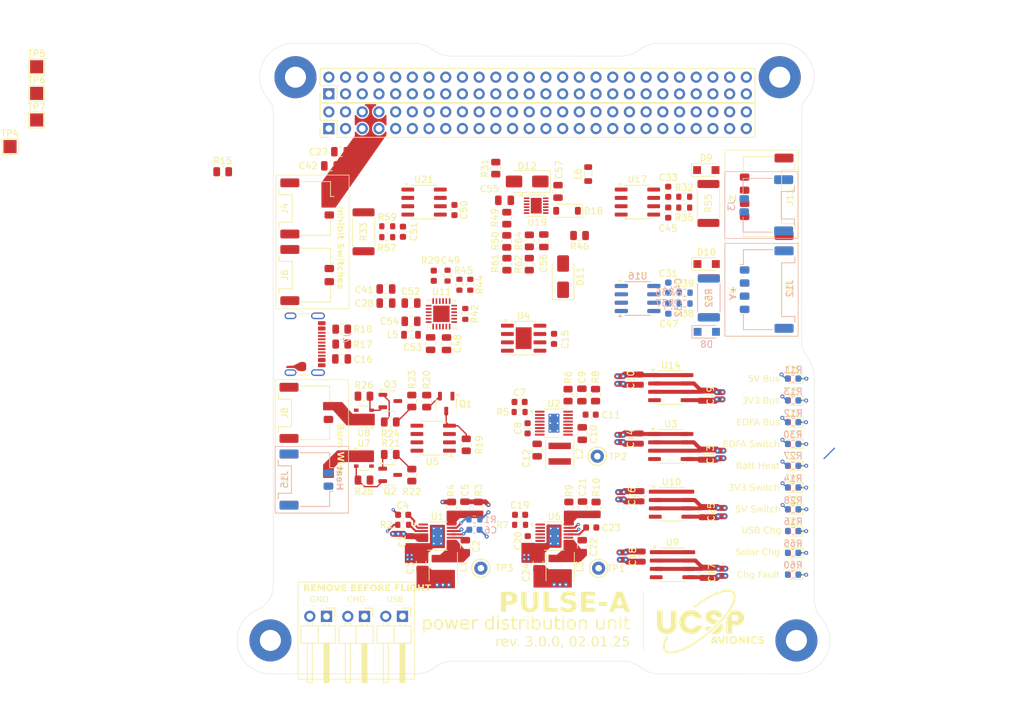
<source format=kicad_pcb>
(kicad_pcb (version 20240108) (generator "pcbnew") (generator_version "8.0")
  (layers (0 "F.Cu" signal) (1 "In1.Cu" signal) (2 "In2.Cu" signal) (31 "B.Cu" signal) (34 "B.Paste" user) (35 "F.Paste" user) (36 "B.SilkS" user "B.Silkscreen") (37 "F.SilkS" user "F.Silkscreen") (38 "B.Mask" user) (39 "F.Mask" user) (44 "Edge.Cuts" user))
  (net 0 "")
  (net 1 "V_BATT")
  (net 2 "GND")
  (net 3 "/SW_1")
  (net 4 "Net-(U1-BST)")
  (net 5 "EDFA_5V")
  (net 6 "/FB_1")
  (net 7 "Net-(U1-TR{slash}SS)")
  (net 8 "Net-(U1-INTVcc)")
  (net 9 "Net-(U1-RT)")
  (net 11 "3V3")
  (net 12 "Net-(U2-TR{slash}SS)")
  (net 13 "/SW_2")
  (net 14 "Net-(U2-BST)")
  (net 15 "/FB_2")
  (net 16 "/3V3_BUS_STAT")
  (net 18 "Net-(U2-INTVcc)")
  (net 19 "Net-(U2-RT)")
  (net 20 "/3V3_BUS")
  (net 21 "/SW_3")
  (net 23 "Net-(U6-RT)")
  (net 24 "/5V_BUS_STAT")
  (net 25 "Net-(U6-INTVcc)")
  (net 26 "Net-(U6-BST)")
  (net 27 "/BATT_RAW")
  (net 28 "Net-(U6-TR{slash}SS)")
  (net 29 "/FB_3")
  (net 30 "Net-(D1-K)")
  (net 31 "Net-(D2-K)")
  (net 32 "Net-(D3-K)")
  (net 33 "Net-(D4-K)")
  (net 35 "GNDA")
  (net 36 "/PERIPH_PWR")
  (net 48 "/SW")
  (net 54 "EDFA_5V_S")
  (net 57 "5V")
  (net 59 "KAPTON_PWR")
  (net 61 "Net-(D13-K)")
  (net 65 "5V_S")
  (net 75 "3V3_S")
  (net 79 "/CHRG")
  (net 80 "SOLAR_PRE_INH")
  (net 92 "BURN_FET")
  (net 94 "/RAW_BATT")
  (net 99 "/PDU_TEMP")
  (net 100 "/BATT_CS")
  (net 103 "/SOLAR_PRE_MPPT")
  (net 104 "GND_REF")
  (net 105 "/EDFA_EN")
  (net 106 "Net-(J7-CC2)")
  (net 107 "Net-(J7-CC1)")
  (net 108 "/D-")
  (net 109 "/D+")
  (net 114 "/b1")
  (net 115 "Net-(Q1-C)")
  (net 116 "SCL")
  (net 117 "Net-(Q2-D)")
  (net 118 "Net-(Q2-G)")
  (net 119 "Net-(Q3-D)")
  (net 120 "Net-(Q3-G)")
  (net 121 "Net-(U5-D1)")
  (net 122 "ENAB_BURN_2")
  (net 123 "Net-(D5-K)")
  (net 125 "Net-(D6-K)")
  (net 126 "/SOLAR_TMP_-Z")
  (net 127 "/SOLAR_IN_-Z")
  (net 128 "/SOLAR_TMP_+Y")
  (net 129 "/SOLAR_IN_+Y")
  (net 130 "ENAB_BURN_1")
  (net 131 "SDA")
  (net 133 "/SHDN")
  (net 134 "/PERIPH_EN")
  (net 135 "/CS_SOL3_VIN+")
  (net 136 "/CS_SOL3_VIN-")
  (net 137 "/SOLAR_TMP_-Y")
  (net 138 "/SOLAR_IN_-Y")
  (net 139 "/sol_2_diode")
  (net 140 "/sol_1_diode")
  (net 141 "/sol_3_diode")
  (net 142 "EDFA_5V_STAT")
  (net 144 "/CS_SOL2_VIN+")
  (net 145 "/CS_SOL2_VIN-")
  (net 146 "/CS_SOL1_VIN+")
  (net 147 "/CS_SOL1_VIN-")
  (net 148 "Net-(U21-IN+)")
  (net 149 "Net-(U21-IN-)")
  (net 150 "3V3_STAT")
  (net 156 "/b2")
  (net 160 "/V_BUS")
  (net 161 "/USB_RBF")
  (net 162 "/REGN")
  (net 163 "/CHRG_RBF")
  (net 164 "/PMID")
  (net 165 "Net-(U11-BTST)")
  (net 166 "Net-(D7-K)")
  (net 167 "Net-(D7-A)")
  (net 168 "Net-(U11-ILIM)")
  (net 169 "/THM")
  (net 171 "Net-(D18-K)")
  (net 172 "/SW_CHRG")
  (net 173 "Net-(R61-Pad1)")
  (net 174 "Net-(U19-V_{FB})")
  (net 175 "Net-(D19-K)")
  (net 176 "Net-(D20-K)")
  (net 177 "Net-(U19-V_{IN_REG})")
  (net 178 "/FAULT")
  (net 179 "/OUT")
  (net 180 "/SENSE")
  (net 181 "EDFA_5V_EN")
  (net 182 "5V_STAT")
  (net 183 "KAPTON_EN")
  (net 184 "5V_S_EN")
  (net 185 "3V3_S_EN")
  (net 186 "/~{FAULT}")
  (net 187 "/~{CHRG}")
  (footprint "Capacitor_SMD:C_0603_1608Metric" (layer "F.Cu") (at 196.930273 85.302516 -90)
    (property "Reference" "C49")
    (property "Value" "4.7uF")
  )
  (footprint "TestPoint:TestPoint_Pad_2.0x2.0mm" (layer "F.Cu") (at 136.525 61.595)
    (property "Reference" "TP7")
    (property "Value" "~")
  )
  (footprint "Capacitor_SMD:C_0805_2012Metric" (layer "F.Cu") (at 219.5576 120.628749 90)
    (property "Reference" "C21")
    (property "Value" "10pF")
  )
  (footprint "LED_SMD:LED_0603_1608Metric" (layer "F.Cu") (at 251.587 124.177777 180)
    (property "Reference" "D7")
    (property "Value" "150060VS75000")
  )
  (footprint "Connector_PinHeader_2.54mm:PinHeader_1x02_P2.54mm_Horizontal" (layer "F.Cu") (at 180.61326 137.14406 -90)
    (property "Reference" "J10" (hide yes))
    (property "Value" "Conn_01x02")
  )
  (footprint "LED_SMD:LED_0603_1608Metric" (layer "F.Cu") (at 251.587 100.965 180)
    (property "Reference" "D1")
    (property "Value" "150060VS75000")
  )
  (footprint "Capacitor_SMD:C_0603_1608Metric" (layer "F.Cu") (at 215.220798 94.909168 90)
    (property "Reference" "C15")
    (property "Value" "0.1uF")
  )
  (footprint "Resistor_SMD:R_0603_1608Metric" (layer "F.Cu") (at 201.722171 91.116279 -90)
    (property "Reference" "R42")
    (property "Value" "5.23k")
  )
  (footprint "Capacitor_SMD:C_0805_2012Metric" (layer "F.Cu") (at 219.453847 103.447376 90)
    (property "Reference" "C9")
    (property "Value" "4.7pF")
  )
  (footprint "Package_SO:MSOP-16-1EP_3x4.039mm_P0.5mm_EP1.651x2.845mm_ThermalVias" (layer "F.Cu") (at 215.260062 124.919326)
    (property "Reference" "U6")
    (property "Value" "LT8610")
  )
  (footprint "Resistor_SMD:R_0603_1608Metric" (layer "F.Cu") (at 209.985462 106.040158 180)
    (property "Reference" "R5")
    (property "Value" "110k")
  )
  (footprint "Capacitor_SMD:C_0805_2012Metric" (layer "F.Cu") (at 196.448146 95.631 -90)
    (property "Reference" "C53")
    (property "Value" "10uF")
  )
  (footprint "Resistor_SMD:R_0603_1608Metric" (layer "F.Cu") (at 210.058 123.2154 180)
    (property "Reference" "R7")
    (property "Value" "18.2k")
  )
  (footprint "Capacitor_SMD:C_0603_1608Metric" (layer "F.Cu") (at 228.400029 101.113908 -90)
    (property "Reference" "C30")
    (property "Value" "1uF")
  )
  (footprint "Capacitor_SMD:C_0603_1608Metric" (layer "F.Cu") (at 210.058 121.6914)
    (property "Reference" "C19")
    (property "Value" "10nF")
  )
  (footprint "MountingHole:MountingHole_3.2mm_M3_Pad_TopBottom" (layer "F.Cu") (at 172.08 140.81)
    (property "Reference" "H3" (hide yes))
    (property "Value" "MountingHole" (hide yes))
  )
  (footprint "Resistor_SMD:R_2512_6332Metric" (layer "F.Cu") (at 238.704404 74.301164 90)
    (property "Reference" "R55")
    (property "Value" "2m")
  )
  (footprint "LED_SMD:LED_0603_1608Metric" (layer "F.Cu") (at 251.587 130.81 180)
    (property "Reference" "D19")
    (property "Value" "150060RS75000")
  )
  (footprint "Package_TO_SOT_SMD:SOT-23-3" (layer "F.Cu") (at 198.817366 104.765131 -90)
    (property "Reference" "Q1")
    (property "Value" "BC848ALT1G")
  )
  (footprint "Capacitor_SMD:C_0603_1608Metric" (layer "F.Cu") (at 211.2264 125.708836 -90)
    (property "Reference" "C20")
    (property "Value" "4.7uF")
  )
  (footprint "Connector_PinHeader_2.54mm:PinHeader_1x02_P2.54mm_Horizontal" (layer "F.Cu") (at 186.390317 137.16 -90)
    (property "Reference" "J9" (hide yes))
    (property "Value" "Conn_01x02")
  )
  (footprint "Capacitor_SMD:C_0805_2012Metric" (layer "F.Cu") (at 207.696852 73.823411)
    (property "Reference" "C55")
    (property "Value" "10uF")
  )
  (footprint "Package_SO:TSOP-6_1.65x3.05mm_P0.95mm" (layer "F.Cu") (at 186.297441 113.328555)
    (property "Reference" "U7")
    (property "Value" "~")
  )
  (footprint "Resistor_SMD:R_0805_2012Metric" (layer "F.Cu") (at 193.584579 104.374644 90)
    (property "Reference" "R23")
    (property "Value" "10k")
  )
  (footprint "Resistor_SMD:R_2512_6332Metric" (layer "F.Cu") (at 238.76 88.646 -90)
    (property "Reference" "R43")
    (property "Value" "2m")
  )
  (footprint "Resistor_SMD:R_0603_1608Metric" (layer "F.Cu") (at 235.077 89.535)
    (property "Reference" "R38")
    (property "Value" "10")
  )
  (footprint "Capacitor_SMD:C_0603_1608Metric" (layer "F.Cu") (at 228.687362 128.048669 -90)
    (property "Reference" "C18")
    (property "Value" "1uF")
  )
  (footprint "Capacitor_SMD:C_0603_1608Metric" (layer "F.Cu") (at 232.608969 87.122 90)
    (property "Reference" "C31")
    (property "Value" "1uF")
  )
  (footprint "Capacitor_SMD:C_0805_2012Metric" (layer "F.Cu") (at 181.229 68.58)
    (property "Reference" "C42")
    (property "Value" "22uF")
  )
  (footprint "Capacitor_SMD:C_0805_2012Metric" (layer "F.Cu") (at 215.823663 72.462731 90)
    (property "Reference" "C57")
    (property "Value" "1uF")
  )
  (footprint "Resistor_SMD:R_0603_1608Metric" (layer "F.Cu") (at 199.025 85.282514 90)
    (property "Reference" "R29")
    (property "Value" "3.16k")
  )
  (footprint "Capacitor_SMD:C_0603_1608Metric" (layer "F.Cu") (at 192.278 121.6914)
    (property "Reference" "C4")
    (property "Value" "10nF")
  )
  (footprint "TestPoint:TestPoint_Pad_2.0x2.0mm" (layer "F.Cu") (at 132.475 65.645)
    (property "Reference" "TP4")
    (property "Value" "~")
  )
  (footprint "Resistor_SMD:R_0805_2012Metric" (layer "F.Cu") (at 219.099352 79.180226 180)
    (property "Reference" "R46")
    (property "Value" "165m")
  )
  (footprint "Resistor_SMD:R_0805_2012Metric" (layer "F.Cu") (at 211.455 83.538331 90)
    (property "Reference" "R62")
    (property "Value" "TBD")
  )
  (footprint "Resistor_SMD:R_0805_2012Metric" (layer "F.Cu") (at 211.466609 79.992623 -90)
    (property "Reference" "R64")
    (property "Value" "TBD")
  )
  (footprint "Capacitor_SMD:C_0603_1608Metric" (layer "F.Cu") (at 228.402513 110.082193 -90)
    (property "Reference" "C14")
    (property "Value" "1uF")
  )
  (footprint "LED_SMD:LED_0603_1608Metric" (layer "F.Cu") (at 251.587 114.229444 180)
    (property "Reference" "D5")
    (property "Value" "150060AS75000")
  )
  (footprint "Capacitor_SMD:C_0603_1608Metric" (layer "F.Cu") (at 220.8784 123.6218)
    (property "Reference" "C23")
    (property "Value" "1uF")
  )
  (footprint "Resistor_SMD:R_0805_2012Metric" (layer "F.Cu") (at 182.923478 93.43089)
    (property "Reference" "R18")
    (property "Value" "5.1k")
  )
  (footprint "TestPoint:TestPoint_Pad_2.0x2.0mm" (layer "F.Cu") (at 136.525 53.495)
    (property "Reference" "TP5")
    (property "Value" "~")
  )
  (footprint "Resistor_SMD:R_0603_1608Metric" (layer "F.Cu") (at 235.021404 74.93)
    (property "Reference" "R35")
    (property "Value" "10")
  )
  (footprint "Capacitor_SMD:C_0603_1608Metric" (layer "F.Cu") (at 220.793462 106.443232)
    (property "Reference" "C11")
    (property "Value" "1uF")
  )
  (footprint "Capacitor_SMD:C_0603_1608Metric" (layer "F.Cu") (at 192.240091 78.602502 -90)
    (property "Reference" "C51")
    (property "Value" "1uF")
  )
  (footprint "Capacitor_SMD:C_0805_2012Metric" (layer "F.Cu") (at 189.656193 87.314668 180)
    (property "Reference" "C41")
    (property "Value" "20uF")
  )
  (footprint "Capacitor_SMD:C_0805_2012Metric" (layer "F.Cu") (at 212.777157 129.018003 -90)
    (property "Reference" "C24")
    (property "Value" "47uF")
  )
  (footprint "Package_DFN_QFN:VQFN-24-1EP_4x4mm_P0.5mm_EP2.5x2.5mm" (layer "F.Cu") (at 198.0875 91.102514 180)
    (property "Reference" "U11")
    (property "Value" "~")
  )
  (footprint "Capacitor_SMD:C_0805_2012Metric" (layer "F.Cu") (at 201.66195 120.648749 90)
    (property "Reference" "C5")
    (property "Value" "10pF")
  )
  (footprint "TestPoint:TestPoint_Pad_2.0x2.0mm" (layer "F.Cu") (at 136.525 57.545)
    (property "Reference" "TP6")
    (property "Value" "~")
  )
  (footprint "Capacitor_SMD:C_0603_1608Metric" (layer "F.Cu") (at 200.075327 75.303705 -90)
    (property "Reference" "C50")
    (property "Value" "0.1UF")
  )
  (footprint "Diode_SMD:Nexperia_CFP3_SOD-123W" (layer "F.Cu") (at 238.379 69.215)
    (property "Reference" "D9")
    (property "Value" "PMEG10020ELRX")
  )
  (footprint "Diode_SMD:Nexperia_CFP3_SOD-123W" (layer "F.Cu") (at 238.429542 83.519702)
    (property "Reference" "D10")
    (property "Value" "PMEG10020ELRX")
  )
  (footprint "LOGO" (layer "F.Cu") (at 237.305271 137.978622)
    (property "Reference" "G***" (hide yes))
    (property "Value" "LOGO" (hide yes))
  )
  (footprint "Capacitor_SMD:C_0805_2012Metric" (layer "F.Cu") (at 213.663685 79.97796 -90)
    (property "Reference" "C56")
    (property "Value" "10uF")
  )
  (footprint "Resistor_SMD:R_0603_1608Metric" (layer "F.Cu") (at 192.278 123.2154 180)
    (property "Reference" "R2")
    (property "Value" "18.2k")
  )
  (footprint "Resistor_SMD:R_0805_2012Metric" (layer "F.Cu") (at 208.034318 76.54362 -90)
    (property "Reference" "R49")
    (property "Value" "TBD")
  )
  (footprint "Resistor_SMD:R_0805_2012Metric" (layer "F.Cu") (at 190.308568 107.559757)
    (property "Reference" "R24")
    (property "Value" "4.7k")
  )
  (footprint "Resistor_SMD:R_0603_1608Metric" (layer "F.Cu") (at 235.077 87.884)
    (property "Reference" "R39")
    (property "Value" "10")
  )
  (footprint "TestPoint:TestPoint_Keystone_5000-5004_Miniature" (layer "F.Cu") (at 221.996 129.8194)
    (property "Reference" "TP1")
    (property "Value" "~")
  )
  (footprint "Package_SO:MSOP-16-1EP_3x4.039mm_P0.5mm_EP1.651x2.845mm_ThermalVias" (layer "F.Cu") (at 215.201462 107.740758)
    (property "Reference" "U2")
    (property "Value" "LT8610")
  )
  (footprint "Capacitor_SMD:C_0603_1608Metric" (layer "F.Cu") (at 237.702844 121.290019 -90)
    (property "Reference" "C25")
    (property "Value" "0.1uF")
  )
  (footprint "Package_SO:SOIC-8_3.9x4.9mm_P1.27mm" (layer "F.Cu") (at 227.903 74.088664)
    (property "Reference" "U17")
    (property "Value" "INA219AxD")
  )
  (footprint "Resistor_SMD:R_0805_2012Metric" (layer "F.Cu") (at 217.4748 120.648749 -90)
    (property "Reference" "R9")
    (property "Value" "243k")
  )
  (footprint "Package_TO_SOT_SMD:SOT-23-3" (layer "F.Cu") (at 190.290311 115.620157)
    (property "Reference" "Q2")
    (property "Value" "IRLML2803PBFCT")
  )
  (footprint "Connector_Molex:Molex_Pico-Lock_205338-0002_1x02-1MP_P2.00mm_Horizontal" (layer "F.Cu") (at 177.546 116.332 -90)
    (property "Reference" "J5")
    (property "Value" "Conn_01x02")
  )
  (footprint "Resistor_SMD:R_0805_2012Metric" (layer "F.Cu") (at 208.031825 80.068517 -90)
    (property "Reference" "R50")
    (property "Value" "TBD")
  )
  (footprint "LED_SMD:LED_0603_1608Metric" (layer "F.Cu") (at 251.587 117.545555 180)
    (property "Reference" "D4")
    (property "Value" "150060AS75000")
  )
  (footprint "Resistor_SMD:R_0805_2012Metric" (layer "F.Cu") (at 217.351462 103.470181 -90)
    (property "Reference" "R6")
    (property "Value" "412k")
  )
  (footprint "Package_SO:SOIC-8-1EP_3.9x4.9mm_P1.27mm_EP2.41x3.3mm" (layer "F.Cu") (at 210.601 94.806)
    (property "Reference" "U4")
    (property "Value" "~")
  )
  (footprint "MountingHole:MountingHole_3.2mm_M3_Pad_TopBottom" (layer "F.Cu") (at 252.09 140.81)
    (property "Reference" "H4" (hide yes))
    (property "Value" "MountingHole")
  )
  (footprint "Resistor_SMD:R_0603_1608Metric" (layer "F.Cu") (at 189.850366 79.427637)
    (property "Reference" "R57")
    (property "Value" "10")
  )
  (footprint "Package_DFN_QFN:DFN-12-1EP_3x3mm_P0.45mm_EP1.65x2.38mm" (layer "F.Cu") (at 212.509559 74.638845)
    (property "Reference" "U19")
    (property "Value" "LT3652EDD")
  )
  (footprint "Capacitor_SMD:C_0805_2012Metric" (layer "F.Cu") (at 212.652462 111.839435 -90)
    (property "Reference" "C12")
    (property "Value" "68uF")
  )
  (footprint "LED_SMD:LED_0603_1608Metric" (layer "F.Cu") (at 251.587 104.281111 180)
    (property "Reference" "D3")
    (property "Value" "150060VS75000")
  )
  (footprint "Resistor_SMD:R_0805_2012Metric" (layer "F.Cu") (at 221.60909 120.648749 90)
    (property "Reference" "R10")
    (property "Value" "1M")
  )
  (footprint "Package_SO:SOIC-8_3.9x4.9mm_P1.27mm" (layer "F.Cu") (at 233.093246 120.07671)
    (property "Reference" "U10")
    (property "Value" "~")
  )
  (footprint "Capacitor_SMD:C_0805_2012Metric" (layer "F.Cu") (at 189.657171 89.465279 180)
    (property "Reference" "C28")
    (property "Value" "20uF")
  )
  (footprint "Resistor_SMD:R_0805_2012Metric" (layer "F.Cu") (at 193.584579 115.644603 -90)
    (property "Reference" "R22")
    (property "Value" "10k")
  )
  (footprint "Capacitor_SMD:C_0805_2012Metric" (layer "F.Cu") (at 219.5068 126.504634 -90)
    (property "Reference" "C22")
    (property "Value" "0.1uF")
  )
  (footprint "Connector_Molex:Molex_Pico-Lock_205338-0002_1x02-1MP_P2.00mm_Horizontal" (layer "F.Cu") (at 177.673 75.057 -90)
    (property "Reference" "J4")
    (property "Value" "Conn_01x02")
  )
  (footprint "Package_SO:SOIC-8_3.9x4.9mm_P1.27mm" (layer "F.Cu") (at 227.903 88.773)
    (property "Reference" "U18")
    (property "Value" "INA219AxD")
  )
  (footprint "Package_SO:SOIC-8_3.9x4.9mm_P1.27mm" (layer "F.Cu") (at 233.237 129.286)
    (property "Reference" "U9")
    (property "Value" "~")
  )
  (footprint "Inductor_SMD:L_Coilcraft_XxL4040" (layer "F.Cu") (at 216.154 129.5654 -90)
    (property "Reference" "L3")
    (property "Value" "4.7uH")
  )
  (footprint "Capacitor_SMD:C_0603_1608Metric" (layer "F.Cu") (at 209.985462 104.516158)
    (property "Reference" "C7")
    (property "Value" "10nF")
  )
  (footprint "Connector_PinHeader_2.54mm:PinHeader_1x02_P2.54mm_Horizontal" (layer "F.Cu") (at 192.167374 137.14406 -90)
    (property "Reference" "J14" (hide yes))
    (property "Value" "Conn_01x02")
  )
  (footprint "Capacitor_SMD:C_0805_2012Metric" (layer "F.Cu") (at 193.467171 92.240674)
    (property "Reference" "C54")
    (property "Value" "47nF")
  )
  (footprint "Capacitor_SMD:C_0603_1608Metric" (layer "F.Cu") (at 232.608969 90.297 -90)
    (property "Reference" "C47")
    (property "Value" "0.1UF")
  )
  (footprint "Inductor_SMD:L_Coilcraft_XxL4040" (layer "F.Cu") (at 216.081462 112.386832 -90)
    (property "Reference" "L2")
    (property "Value" "8.2uH")
  )
  (footprint "Connector_Molex:Molex_Pico-Lock_205338-0004_1x04-1MP_P2.00mm_Horizontal" (layer "F.Cu") (at 247.572101 87.416875 90)
    (property "Reference" "J13")
    (property "Value" "Conn_01x04")
  )
  (footprint "Resistor_SMD:R_2512_6332Metric" (layer "F.Cu") (at 186.247 78.613 90)
    (property "Reference" "R33")
    (property "Value" "2m")
  )
  (footprint "MountingHole:MountingHole_3.2mm_M3_Pad_TopBottom" (layer "F.Cu") (at 175.89 55.08)
    (property "Reference" "H1" (hide yes))
    (property "Value" "MountingHole")
  )
  (footprint "MountingHole:MountingHole_3.2mm_M3_Pad_TopBottom" (layer "F.Cu") (at 249.55 55.08)
    (property "Reference" "H2" (hide yes))
    (property "Value" "MountingHole")
  )
  (footprint "Diode_SMD:D_SOD-123" (layer "F.Cu") (at 217.195573 75.417281 180)
    (property "Reference" "D18")
    (property "Value" "1N4148")
  )
  (footprint "Connector_Molex:Molex_Pico-Lock_205338-0002_1x02-1MP_P2.00mm_Horizontal" (layer "F.Cu") (at 177.546 106.172 -90)
    (property "Reference" "J8")
    (property "Value" "Conn_01x02")
  )
  (footprint "Connector_USB:USB_C_Receptacle_GCT_USB4105-xx-A_16P_TopMnt_Horizontal" (layer "F.Cu") (at 176.211 95.727 -90)
    (property "Reference" "J7")
    (property "Value" "USB_C_Receptacle_USB2.0_14P")
  )
  (footprint "Capacitor_SMD:C_0805_2012Metric" (layer "F.Cu") (at 201.72718 126.504634 -90)
    (property "Reference" "C2")
    (property "Value" "0.1uF")
  )
  (footprint "TestPoint:TestPoint_Keystone_5000-5004_Miniature" (layer "F.Cu") (at 221.80431 112.776)
    (property "Reference" "TP2")
    (property "Value" "~")
  )
  (footprint "Capacitor_SMD:C_0603_1608Metric" (layer "F.Cu") (at 237.573471 112.524589 -90)
    (property "Reference" "C13")
    (property "Value" "0.1uF")
  )
  (footprint "Capacitor_SMD:C_0805_2012Metric" (layer "F.Cu") (at 198.866152 95.64956 -90)
    (property "Reference" "C48")
    (property "Value" "1uF")
  )
  (footprint "Resistor_SMD:R_0603_1608Metric" (layer "F.Cu") (at 200.833171 86.671279 -90)
    (property "Reference" "R45")
    (property "Value" "10k")
  )
  (footprint "Package_TO_SOT_SMD:SOT-23-3" (layer "F.Cu") (at 190.320127 104.376837)
    (property "Reference" "Q3")
    (property "Value" "IRLML2803PBFCT")
  )
  (footprint "LED_SMD:LED_0603_1608Metric" (layer "F.Cu") (at 251.587 107.597222 180)
    (property "Reference" "D2")
    (property "Value" "150060VS75000")
  )
  (footprint "Resistor_SMD:R_0805_2012Metric" (layer "F.Cu") (at 221.532504 103.467267 90)
    (property "Reference" "R8")
    (property "Value" "1M")
  )
  (footprint "Capacitor_SMD:C_0603_1608Metric" (layer "F.Cu") (at 237.588818 103.558249 -90)
    (property "Reference" "C29")
    (property "Value" "0.1uF")
  )
  (footprint "Capacitor_SMD:C_0805_2012Metric" (layer "F.Cu") (at 193.467171 89.465279 180)
    (property "Reference" "C52")
    (property "Value" "10uF")
  )
  (footprint "Capacitor_SMD:C_0603_1608Metric" (layer "F.Cu") (at 211.197586 108.526039 90)
    (property "Reference" "C8")
    (property "Value" "4.7uF")
  )
  (footprint "Inductor_SMD:L_0805_2012Metric" (layer "F.Cu") (at 220.413741 69.825762 90)
    (property "Reference" "L6")
    (property "Value" "TBD")
  )
  (footprint "Resistor_SMD:R_0805_2012Metric" (layer "F.Cu") (at 203.69459 120.648749 90)
    (property "Reference" "R3")
    (property "Value" "1M")
  )
  (footprint "Diode_SMD:D_SMA" (layer "F.Cu") (at 211.135935 70.957184 180)
    (property "Reference" "D12")
    (property "Value" "CMSH3-40MA")
  )
  (footprint "Package_SO:SOIC-8_3.9x4.9mm_P1.27mm" (layer "F.Cu") (at 232.976317 111.296117)
    (property "Reference" "U3")
    (property "Value" "~")
  )
  (footprint "Package_SO:MSOP-16-1EP_3x4.039mm_P0.5mm_EP1.651x2.845mm_ThermalVias" (layer "F.Cu") (at 197.481046 124.919326)
    (property "Reference" "U1")
    (property "Value" "LT8610")
  )
  (footprint "Package_SO:SOIC-8_3.9x4.9mm_P1.27mm" (layer "F.Cu") (at 195.453 74.088664)
    (property "Reference" "U21")
    (property "Value" "INA219AxD")
  )
  (footprint "Package_SO:SOIC-8_3.9x4.9mm_P1.27mm" (layer "F.Cu") (at 232.976317 102.333516)
    (property "Reference" "U14")
    (property "Value" "~")
  )
  (footprint "Connector_PinHeader_2.54mm:PinHeader_2x26_P2.54mm_Vertical" (layer "F.Cu") (at 180.97 57.62 90)
    (property "Reference" "J2" (hide yes))
    (property "Value" "Conn_02x26_Odd_Even")
  )
  (footprint "Connector_Molex:Molex_Pico-Lock_205338-0002_1x02-1MP_P2.00mm_Horizontal" (layer "F.Cu") (at 177.673 85.201 -90)
    (property "Reference" "J6")
    (property "Value" "Conn_01x02")
  )
  (footprint "Resistor_SMD:R_0603_1608Metric" (layer "F.Cu") (at 202.484171 86.671279 -90)
    (property "Reference" "R44")
    (property "Value" "30.1k")
  )
  (footprint "Connector_PinHeader_2.54mm:PinHeader_2x26_P2.54mm_Vertical" (layer "F.Cu") (at 180.97 62.9 90)
    (property "Reference" "J1" (hide yes))
    (property "Value" "Conn_02x26_Odd_Even")
  )
  (footprint "Resistor_SMD:R_0805_2012Metric" (layer "F.Cu") (at 182.923478 95.707934)
    (property "Reference" "R17")
    (property "Value" "5.1k")
  )
  (footprint "LED_SMD:LED_0603_1608Metric" (layer "F.Cu") (at 251.587 127.493888 180)
    (property "Reference" "D20")
    (property "Value" "150060RS75000")
  )
  (footprint "Resistor_SMD:R_0805_2012Metric" (layer "F.Cu") (at 201.869351 111.039136 90)
    (property "Reference" "R19")
    (property "Value" "10k")
  )
  (footprint "Capacitor_SMD:C_0805_2012Metric" (layer "F.Cu") (at 195.000511 129.018003 -90)
    (property "Reference" "C3")
    (property "Value" "68uF")
  )
  (footprint "Package_SO:TSOP-6_1.65x3.05mm_P0.95mm" (layer "F.Cu") (at 186.297441 106.724555 180)
    (property "Reference" "U8")
    (property "Value" "~")
  )
  (footprint "Capacitor_SMD:C_0603_1608Metric" (layer "F.Cu") (at 232.587986 72.517 90)
    (property "Reference" "C33")
    (property "Value" "1uF")
  )
  (footprint "TestPoint:TestPoint_Keystone_5000-5004_Miniature" (layer "F.Cu") (at 204.089 129.8194)
    (property "Reference" "TP3")
    (property "Value" "~")
  )
  (footprint "Resistor_SMD:R_0603_1608Metric" (layer "F.Cu") (at 189.850366 77.776637)
    (property "Reference" "R59")
    (property "Value" "10")
  )
  (footprint "Connector_Molex:Molex_Pico-Lock_205338-0004_1x04-1MP_P2.00mm_Horizontal" (layer "F.Cu") (at 247.565798 73.285447 90)
    (property "Reference" "J11")
    (property "Value" "Conn_01x04")
  )
  (footprint "Package_SO:SOIC-8_3.9x4.9mm_P1.27mm" (layer "F.Cu") (at 196.838441 110.026555 180)
    (property "Reference" "U5")
    (property "Value" "~")
  )
  (footprint "Capacitor_SMD:C_0603_1608Metric" (layer "F.Cu") (at 193.549599 125.708836 90)
    (property "Reference" "C1")
    (property "Value" "4.7uF")
  )
  (footprint "Resistor_SMD:R_0805_2012Metric" (layer "F.Cu") (at 195.850884 104.381377 90)
    (property "Reference" "R20")
    (property "Value" "10k")
  )
  (footprint "Inductor_SMD:L_0805_2012Metric" (layer "F.Cu") (at 193.467171 94.291279 180)
    (property "Reference" "L5")
    (property "Value" "AIML-0805-1RO")
  )
  (footprint "Capacitor_SMD:C_0805_2012Metric" (layer "F.Cu") (at 182.903478 97.961081 180)
    (property "Reference" "C16")
    (property "Value" "4.7uF")
  )
  (footprint "Resistor_SMD:R_0805_2012Metric" (layer "F.Cu") (at 164.8225 69.469)
    (property "Reference" "R15")
    (property "Value" "0")
  )
  (footprint "LED_SMD:LED_0603_1608Metric" (layer "F.Cu") (at 251.587 120.861666 180)
    (property "Reference" "D6")
    (property "Value" "150060AS75000")
  )
  (footprint "Inductor_SMD:L_Coilcraft_XxL4040" (layer "F.Cu") (at 198.374 129.5654 -90)
    (property "Reference" "L1")
    (property "Value" "10uH")
  )
  (footprint "Resistor_SMD:R_0805_2012Metric" (layer "F.Cu") (at 208.051539 83.54341 -90)
    (property "Reference" "R61")
    (property "Value" "TBD")
  )
  (footprint "Resistor_SMD:R_0805_2012Metric" (layer "F.Cu") (at 206.357947 68.921608 90)
    (property "Reference" "R31")
    (property "Value" "0")
  )
  (footprint "Resistor_SMD:R_0805_2012Metric" (layer "F.Cu") (at 199.62931 120.648749 -90)
    (property "Reference" "R4")
    (property "Value" "243k")
  )
  (footprint "Capacitor_SMD:C_0805_2012Metric" (layer "F.Cu") (at 219.510462 109.326066 -90)
    (property "Reference" "C10")
    (property "Value" "0.1uF")
  )
  (footprint "Capacitor_SMD:C_0805_2012Metric" (layer "F.Cu") (at 182.753 66.421)
    (property "Reference" "C27")
    (property "Value" "0.1uF")
  )
  (footprint "Diode_SMD:D_SMA" (layer "F.Cu") (at 216.596362 85.439 90)
    (property "Reference" "D11")
    (property "Value" "CMSH3-40MA")
  )
  (footprint "Resistor_SMD:R_0603_1608Metric" (layer "F.Cu") (at 235.021404 73.279)
    (property "Reference" "R32")
    (property "Value" "10")
  )
  (footprint "Resistor_SMD:R_0805_2012Metric" (layer "F.Cu") (at 186.316145 116.405202)
    (property "Reference" "R25")
    (property "Value" "100k")
  )
  (footprint "Resistor_SMD:R_0805_2012Metric" (layer "F.Cu") (at 190.308568 112.512757)
    (property "Reference" "R21")
    (property "Value" "4.7k")
  )
  (footprint "Capacitor_SMD:C_0603_1608Metric" (layer "F.Cu") (at 228.505721 118.868809 -90)
    (property "Reference" "C26")
    (property "Value" "1uF")
  )
  (footprint "Resistor_SMD:R_0805_2012Metric" (layer "F.Cu") (at 186.309 103.632 180)
    (property "Reference" "R26")
    (property "Value" "100k")
  )
  (footprint "Capacitor_SMD:C_0603_1608Metric" (layer "F.Cu") (at 237.805805 130.515133 -90)
    (property "Reference" "C17")
    (property "Value" "0.1uF")
  )
  (footprint "Capacitor_SMD:C_0603_1608Metric" (layer "F.Cu") (at 232.587986 75.692 -90)
    (property "Reference" "C45")
    (property "Value" "0.1UF")
  )
  (footprint "LED_SMD:LED_0603_1608Metric" (layer "F.Cu") (at 251.587 110.913333 180)
    (property "Reference" "D13")
    (property "Value" "150060AS75000")
  )
  (footprint "Resistor_SMD:R_0603_1608Metric" (layer "B.Cu") (at 235.076999 89.536027)
    (property "Reference" "R37")
    (property "Value" "10")
  )
  (footprint "Resistor_SMD:R_0603_1608Metric" (layer "B.Cu") (at 251.569889 120.834996)
    (property "Reference" "R28")
    (property "Value" "150")
  )
  (footprint "Connector_Molex:Molex_Pico-Lock_205338-0002_1x02-1MP_P2.00mm_Horizontal" (layer "B.Cu") (at 247.506968 74.575906 -90)
    (property "Reference" "J3")
    (property "Value" "Conn_01x02")
  )
  (footprint "Diode_SMD:Nexperia_CFP3_SOD-123W" (layer "B.Cu") (at 238.451856 93.837082)
    (property "Reference" "D8")
    (property "Value" "PMEG10020ELRX")
  )
  (footprint "Resistor_SMD:R_0603_1608Metric" (layer "B.Cu") (at 251.569889 110.899998)
    (property "Reference" "R30")
    (property "Value" "65")
  )
  (footprint "Capacitor_SMD:C_0603_1608Metric" (layer "B.Cu") (at 232.608365 87.122 90)
    (property "Reference" "C46")
    (property "Value" "0.1UF")
  )
  (footprint "Resistor_SMD:R_0603_1608Metric" (layer "B.Cu") (at 203.104826 122.397192 180)
    (property "Reference" "R1")
    (property "Value" "100k")
  )
  (footprint "Resistor_SMD:R_2512_6332Metric" (layer "B.Cu") (at 238.77492 88.69828 90)
    (property "Reference" "R52")
    (property "Value" "2m")
  )
  (footprint "Resistor_SMD:R_0603_1608Metric" (layer "B.Cu") (at 235.088507 87.895507)
    (property "Reference" "R36")
    (property "Value" "10")
  )
  (footprint "Resistor_SMD:R_0603_1608Metric" (layer "B.Cu") (at 251.565897 127.458328 180)
    (property "Reference" "R65")
    (property "Value" "TBD")
  )
  (footprint "Package_SO:SOIC-8_3.9x4.9mm_P1.27mm" (layer "B.Cu") (at 227.974675 88.760851)
    (property "Reference" "U16")
    (property "Value" "INA219AxD")
  )
  (footprint "Capacitor_SMD:C_0603_1608Metric" (layer "B.Cu") (at 232.608365 90.301532 -90)
    (property "Reference" "C32")
    (property "Value" "1uF")
  )
  (footprint "Connector_Molex:Molex_Pico-Lock_205338-0004_1x04-1MP_P2.00mm_Horizontal" (layer "B.Cu") (at 247.564916 87.412707 -90)
    (property "Reference" "J12")
    (property "Value" "Conn_01x04")
  )
  (footprint "Connector_Molex:Molex_Pico-Lock_205338-0002_1x02-1MP_P2.00mm_Horizontal" (layer "B.Cu") (at 177.546 116.332 90)
    (property "Reference" "J15")
    (property "Value" "Conn_01x02")
  )
  (footprint "Resistor_SMD:R_0603_1608Metric" (layer "B.Cu") (at 251.607 124.146662 180)
    (property "Reference" "R16")
    (property "Value" "10k")
  )
  (footprint "Capacitor_SMD:C_0603_1608Metric" (layer "B.Cu") (at 203.105219 123.964634)
    (property "Reference" "C6")
    (property "Value" "1uF")
  )
  (footprint "Resistor_SMD:R_0603_1608Metric" (layer "B.Cu") (at 251.569889 104.276666)
    (property "Reference" "R13")
    (property "Value" "65")
  )
  (footprint "Resistor_SMD:R_0603_1608Metric" (layer "B.Cu") (at 251.569889 100.965)
    (property "Reference" "R11")
    (property "Value" "150")
  )
  (footprint "Resistor_SMD:R_0603_1608Metric" (layer "B.Cu") (at 251.569889 114.211664)
    (property "Reference" "R27")
    (property "Value" "150")
  )
  (footprint "Resistor_SMD:R_0603_1608Metric" (layer "B.Cu") (at 251.565897 130.77 180)
    (property "Reference" "R60")
    (property "Value" "TBD")
  )
  (footprint "Resistor_SMD:R_0603_1608Metric" (layer "B.Cu") (at 251.569889 107.588332)
    (property "Reference" "R12")
    (property "Value" "150")
  )
  (footprint "Resistor_SMD:R_0603_1608Metric" (layer "B.Cu") (at 251.569889 117.52333)
    (property "Reference" "R14")
    (property "Value" "150")
  )
  (gr_line (start 257.8608 111.5568) (end 256.286 113.1316) (stroke (width 0.2)) (layer "B.Cu") (net 2))
  (gr_rect (start 241.186819 69.456644) (end 252.33518 79.629) (stroke (width 0.1)) (fill none) (layer "B.SilkS"))
  (gr_rect (start 172.808253 111.282065) (end 183.956614 121.419951) (stroke (width 0.1)) (fill none) (layer "B.SilkS"))
  (gr_rect (start 241.200639 80.391) (end 252.349 94.500356) (stroke (width 0.1)) (fill none) (layer "B.SilkS"))
  (gr_line (start 187.996434 145.176421) (end 187.996434 135.521381) (stroke (width 0.1) (type dot)) (layer "F.SilkS"))
  (gr_rect (start 241.221475 66.180893) (end 252.369836 94.514249) (stroke (width 0.1)) (fill none) (layer "F.SilkS"))
  (gr_line (start 182.245 145.154614) (end 182.245 135.509) (stroke (width 0.1) (type dot)) (layer "F.SilkS"))
  (gr_line (start 228.80149 133.482403) (end 228.80149 142.292713) (stroke (width 0.1)) (layer "F.SilkS"))
  (gr_rect (start 172.808253 101.122177) (end 183.956614 121.433173) (stroke (width 0.1)) (fill none) (layer "F.SilkS"))
  (gr_rect (start 172.903453 69.979232) (end 184.051814 90.329929) (stroke (width 0.1)) (fill none) (layer "F.SilkS"))
  (gr_line (start 176.276 135.513868) (end 194.056 135.504131) (stroke (width 0.1) (type dot)) (layer "F.SilkS"))
  (gr_rect (start 176.277217 131.922569) (end 194.008213 146.695336) (stroke (width 0.1)) (fill none) (layer "F.SilkS"))
  (gr_line (start 166.999371 140.81) (end 167.003936 140.81) (stroke (width 0.05)) (layer "Edge.Cuts"))
  (gr_arc (start 171.820483 58.501919) (mid 172.311115 59.301518) (end 172.505614 60.429691) (stroke (width 0.05)) (layer "Edge.Cuts"))
  (gr_arc (start 249.712801 49.948319) (mid 253.305232 51.436401) (end 254.793314 55.028948) (stroke (width 0.05)) (layer "Edge.Cuts"))
  (gr_arc (start 253.6729 97.687232) (mid 253.07697 96.5) (end 252.871737 95.187547) (stroke (width 0.05)) (layer "Edge.Cuts"))
  (gr_line (start 225.706751 143.964305) (end 199.773128 143.966217) (stroke (width 0.05)) (layer "Edge.Cuts"))
  (gr_arc (start 257.172105 140.80849) (mid 255.684023 144.401037) (end 252.091476 145.889119) (stroke (width 0.05)) (layer "Edge.Cuts"))
  (gr_arc (start 253.6729 97.687232) (mid 254.559222 99.243672) (end 254.790406 101.019799) (stroke (width 0.05)) (layer "Edge.Cuts"))
  (gr_arc (start 227.964376 51.067552) (mid 226.777144 51.663482) (end 225.464691 51.868715) (stroke (width 0.05)) (layer "Edge.Cuts"))
  (gr_line (start 231.296943 49.950046) (end 249.712801 49.948319) (stroke (width 0.05)) (layer "Edge.Cuts"))
  (gr_arc (start 170.449763 55.027477) (mid 171.927117 51.445668) (end 175.5 49.946855) (stroke (width 0.05)) (layer "Edge.Cuts"))
  (gr_line (start 225.464691 51.868715) (end 199.531068 51.866803) (stroke (width 0.05)) (layer "Edge.Cuts"))
  (gr_arc (start 199.531068 51.866803) (mid 198.218615 51.661572) (end 197.031383 51.06564) (stroke (width 0.05)) (layer "Edge.Cuts"))
  (gr_arc (start 171.850719 58.532596) (mid 170.813039 56.914822) (end 170.449854 55.027477) (stroke (width 0.05)) (layer "Edge.Cuts"))
  (gr_arc (start 167.003936 140.81) (mid 167.82957 138.035064) (end 170.037888 136.162828) (stroke (width 0.05)) (layer "Edge.Cuts"))
  (gr_line (start 254.790406 101.019799) (end 254.802295 134.565788) (stroke (width 0.05)) (layer "Edge.Cuts"))
  (gr_arc (start 197.273443 144.76738) (mid 195.717003 145.653702) (end 193.940876 145.884886) (stroke (width 0.05)) (layer "Edge.Cuts"))
  (gr_line (start 172.505614 60.429691) (end 172.502998 132.544844) (stroke (width 0.05)) (layer "Edge.Cuts"))
  (gr_arc (start 255.988124 137.54356) (mid 255.109657 136.168389) (end 254.802295 134.565788) (stroke (width 0.05)) (layer "Edge.Cuts"))
  (gr_line (start 252.091476 145.889119) (end 231.539003 145.882974) (stroke (width 0.05)) (layer "Edge.Cuts"))
  (gr_arc (start 225.706751 143.964305) (mid 227.019204 144.169536) (end 228.206436 144.765468) (stroke (width 0.05)) (layer "Edge.Cuts"))
  (gr_line (start 252.869825 60.106694) (end 252.871737 95.187547) (stroke (width 0.05)) (layer "Edge.Cuts"))
  (gr_line (start 193.940876 145.884886) (end 172.080096 145.890629) (stroke (width 0.05)) (layer "Edge.Cuts"))
  (gr_arc (start 197.273443 144.76738) (mid 198.460675 144.171448) (end 199.773128 143.966217) (stroke (width 0.05)) (layer "Edge.Cuts"))
  (gr_arc (start 254.789986 55.028948) (mid 254.495181 56.734705) (end 253.644968 58.242569) (stroke (width 0.05)) (layer "Edge.Cuts"))
  (gr_arc (start 231.539003 145.882974) (mid 229.762876 145.65179) (end 228.206436 144.765468) (stroke (width 0.05)) (layer "Edge.Cuts"))
  (gr_line (start 175.5 49.946855) (end 193.698816 49.948134) (stroke (width 0.05)) (layer "Edge.Cuts"))
  (gr_line (start 171.820483 58.501919) (end 171.850719 58.532596) (stroke (width 0.05)) (layer "Edge.Cuts"))
  (gr_arc (start 255.988124 137.54356) (mid 256.868346 139.071678) (end 257.173995 140.80849) (stroke (width 0.05)) (layer "Edge.Cuts"))
  (gr_arc (start 172.502998 132.544844) (mid 171.835024 134.711368) (end 170.037888 136.162828) (stroke (width 0.05)) (layer "Edge.Cuts"))
  (gr_arc (start 252.869825 60.106694) (mid 253.071299 59.097249) (end 253.644973 58.242575) (stroke (width 0.05)) (layer "Edge.Cuts"))
  (gr_arc (start 227.964376 51.067552) (mid 229.520816 50.181229) (end 231.296943 49.950046) (stroke (width 0.05)) (layer "Edge.Cuts"))
  (gr_arc (start 193.698816 49.948134) (mid 195.474943 50.179318) (end 197.031383 51.06564) (stroke (width 0.05)) (layer "Edge.Cuts"))
  (gr_arc (start 172.080096 145.890629) (mid 168.487453 144.402547) (end 166.999371 140.81) (stroke (width 0.05)) (layer "Edge.Cuts"))
  (gr_text "+Y" (at 243.078147 86.858682 90) (layer "B.SilkS") (effects (font (size 1 1) (thickness 0.1)) (justify left bottom mirror)))
  (gr_text "Heat" (at 181.991 117.983 -90) (layer "B.SilkS") (effects (font (size 1 1) (thickness 0.1)) (justify left bottom mirror)))
  (gr_text "REMOVE BEFORE FLIGHT" (at 177.084979 133.477 0) (layer "F.SilkS") (effects (font (size 1 1) (thickness 0.1)) (justify left bottom)))
  (gr_text "USB Chg" (at 243.7384 124.6886 0) (layer "F.SilkS") (effects (font (size 1 1) (thickness 0.1)) (justify left bottom)))
  (gr_text "rev. 3.0.0, 02.01.25" (at 226.805271 141.978622 0) (layer "F.SilkS") (effects (font (size 1.5 1.5) (thickness 0.1)) (justify right bottom)))
  (gr_text "USB" (at 189.738 135.128 0) (layer "F.SilkS") (effects (font (size 0.9 0.9) (thickness 0.125)) (justify left bottom)))
  (gr_text "Chg Fault" (at 249.555 131.445 0) (layer "F.SilkS") (effects (font (size 1 1) (thickness 0.1)) (justify right bottom)))
  (gr_text "GND" (at 178.054 135.128 0) (layer "F.SilkS") (effects (font (size 0.9 0.9) (thickness 0.125)) (justify left bottom)))
  (gr_text "Solar Chg" (at 242.833725 128.002475 0) (layer "F.SilkS") (effects (font (size 1 1) (thickness 0.1)) (justify left bottom)))
  (gr_text "-Y" (at 243.078 88.519 90) (layer "F.SilkS") (effects (font (size 1 1) (thickness 0.1)) (justify left bottom)))
  (gr_text "3V3 Bus" (at 249.555 104.933993 0) (layer "F.SilkS") (effects (font (size 1 1) (thickness 0.1)) (justify right bottom)))
  (gr_text "PULSE-A" (at 226.805271 136.978622 0) (layer "F.SilkS") (effects (font (size 3 3) (thickness 0.1)) (justify right bottom)))
  (gr_text "Inhibit Switches" (at 182.118 74.676 270) (layer "F.SilkS") (effects (font (size 1 1) (thickness 0.1)) (justify left bottom)))
  (gr_text "power distribution unit" (at 226.805271 139.478622 0) (layer "F.SilkS") (effects (font (size 2 2) (thickness 0.1)) (justify right bottom)))
  (gr_text "EDFA Bus" (at 249.555 108.247868 0) (layer "F.SilkS") (effects (font (size 1 1) (thickness 0.1)) (justify right bottom)))
  (gr_text "Burn Wire" (at 182.118 107.823 270) (layer "F.SilkS") (effects (font (size 1 1) (thickness 0.1)) (justify left bottom)))
  (gr_text "5V Bus" (at 249.555 101.620118 0) (layer "F.SilkS") (effects (font (size 1 1) (thickness 0.1)) (justify right bottom)))
  (gr_text "CHG" (at 183.750635 135.128 0) (layer "F.SilkS") (effects (font (size 0.9 0.9) (thickness 0.125)) (justify left bottom)))
  (gr_text "5V Switch" (at 242.789474 121.503368 0) (layer "F.SilkS") (effects (font (size 1 1) (thickness 0.1)) (justify left bottom)))
  (gr_text "EDFA Switch" (at 249.555 111.561743 0) (layer "F.SilkS") (effects (font (size 1 1) (thickness 0.1)) (justify right bottom)))
  (gr_text "Batt Heat" (at 249.555 114.875618 0) (layer "F.SilkS") (effects (font (size 1 1) (thickness 0.1)) (justify right bottom)))
  (gr_text "-Z" (at 243.078 74.549 90) (layer "F.SilkS") (effects (font (size 1 1) (thickness 0.1)) (justify left bottom)))
  (gr_text "3V3 Switch" (at 249.555 118.189493 0) (layer "F.SilkS") (effects (font (size 1 1) (thickness 0.1)) (justify right bottom)))
  (gr_text "AVIONICS" (at 239 141.5 0) (layer "F.SilkS") (effects (font (size 1.1 1.1) (thickness 0.25) (bold yes) (italic yes)) (justify left bottom)))
  (segment (start 191.516 124.587) (end 190.7032 124.587) (width 0.9) (layer "F.Cu") (net 1))
  (segment (start 192.3288 124.587) (end 191.516 124.587) (width 0.9) (layer "F.Cu") (net 1))
  (segment (start 193.549599 124.933836) (end 192.675636 124.933836) (width 0.9) (layer "F.Cu") (net 1))
  (segment (start 192.675636 124.933836) (end 192.3288 124.587) (width 0.9) (layer "F.Cu") (net 1))
  (via (at 190.7032 124.587) (size 0.7) (drill 0.3) (layers "F.Cu" "B.Cu") (net 1))
  (via (at 191.516 124.587) (size 0.7) (drill 0.3) (layers "F.Cu" "B.Cu") (net 1))
  (via (at 192.3288 124.587) (size 0.7) (drill 0.3) (layers "F.Cu" "B.Cu") (net 1))
  (segment (start 239.862845 113.299589) (end 240.088317 113.074117) (width 0.9) (layer "F.Cu") (net 2))
  (segment (start 199.62931 119.736249) (end 198.267747 119.736249) (width 0.7) (layer "F.Cu") (net 2))
  (segment (start 225.838721 119.333809) (end 225.82462 119.34791) (width 0.9) (layer "F.Cu") (net 2))
  (segment (start 241.159147 121.916809) (end 241.170446 121.90551) (width 0.9) (layer "F.Cu") (net 2))
  (segment (start 191.453 123.2154) (end 190.867323 123.2154) (width 0.3) (layer "F.Cu") (net 2))
  (segment (start 237.702844 122.065019) (end 240.041511 122.065019) (width 0.9) (layer "F.Cu") (net 2))
  (segment (start 191.503 121.6914) (end 191.503 121.6784) (width 0.2) (layer "F.Cu") (net 2))
  (segment (start 224.826197 101.748908) (end 224.825789 101.749316) (width 0.9) (layer "F.Cu") (net 2))
  (segment (start 228.402513 110.857193) (end 225.976393 110.857193) (width 0.9) (layer "F.Cu") (net 2))
  (segment (start 225.82462 119.34791) (end 224.965246 119.34791) (width 0.9) (layer "F.Cu") (net 2))
  (segment (start 237.706672 131.191) (end 237.805805 131.290133) (width 0.6) (layer "F.Cu") (net 2))
  (segment (start 228.400029 101.888908) (end 225.873029 101.888908) (width 0.9) (layer "F.Cu") (net 2))
  (segment (start 228.687362 128.823669) (end 226.424669 128.823669) (width 0.9) (layer "F.Cu") (net 2))
  (segment (start 235.568246 121.98171) (end 237.619535 121.98171) (width 0.6) (layer "F.Cu") (net 2))
  (segment (start 190.867323 123.2154) (end 189.898215 124.184508) (width 0.3) (layer "F.Cu") (net 2))
  (segment (start 239.957029 104.118908) (end 240.852781 104.118908) (width 0.9) (layer "F.Cu") (net 2))
  (segment (start 240.088317 113.074117) (end 241.002589 113.074117) (width 0.9) (layer "F.Cu") (net 2))
  (segment (start 239.933931 131.290133) (end 240.222064 131.002) (width 0.9) (layer "F.Cu") (net 2))
  (segment (start 226.125 128.524) (end 226.1172 128.5318) (width 0.9) (layer "F.Cu") (net 2))
  (segment (start 225.873029 101.888908) (end 225.733029 101.748908) (width 0.9) (layer "F.Cu") (net 2))
  (segment (start 240.852781 104.118908) (end 240.853189 104.119316) (width 0.9) (layer "F.Cu") (net 2))
  (segment (start 240.189721 121.916809) (end 241.159147 121.916809) (width 0.9) (layer "F.Cu") (net 2))
  (segment (start 237.588818 104.333249) (end 239.742688 104.333249) (width 0.9) (layer "F.Cu") (net 2))
  (segment (start 240.272864 130.9878) (end 241.288736 130.9878) (width 0.9) (layer "F.Cu") (net 2))
  (segment (start 237.573471 113.299589) (end 239.862845 113.299589) (width 0.9) (layer "F.Cu") (net 2))
  (segment (start 225.737317 110.618117) (end 224.822917 110.618117) (width 0.9) (layer "F.Cu") (net 2))
  (segment (start 237.494085 104.238516) (end 237.588818 104.333249) (width 0.6) (layer "F.Cu") (net 2))
  (segment (start 237.474999 113.201117) (end 237.573471 113.299589) (width 0.6) (layer "F.Cu") (net 2))
  (segment (start 237.805805 131.290133) (end 239.933931 131.290133) (width 0.9) (layer "F.Cu") (net 2))
  (segment (start 239.742688 104.333249) (end 239.957029 104.118908) (width 0.9) (layer "F.Cu") (net 2))
  (segment (start 228.505721 119.643809) (end 226.148721 119.643809) (width 0.9) (layer "F.Cu") (net 2))
  (segment (start 226.148721 119.643809) (end 225.838721 119.333809) (width 0.9) (layer "F.Cu") (net 2))
  (segment (start 235.451317 113.201117) (end 237.474999 113.201117) (width 0.6) (layer "F.Cu") (net 2))
  (segment (start 225.733029 101.748908) (end 224.826197 101.748908) (width 0.9) (layer "F.Cu") (net 2))
  (segment (start 226.424669 128.823669) (end 226.125 128.524) (width 0.9) (layer "F.Cu") (net 2))
  (segment (start 237.619535 121.98171) (end 237.702844 122.065019) (width 0.6) (layer "F.Cu") (net 2))
  (segment (start 235.712 131.191) (end 237.706672 131.191) (width 0.6) (layer "F.Cu") (net 2))
  (segment (start 226.1172 128.5318) (end 225.210472 128.5318) (width 0.9) (layer "F.Cu") (net 2))
  (segment (start 235.451317 104.238516) (end 237.494085 104.238516) (width 0.6) (layer "F.Cu") (net 2))
  (segment (start 191.503 121.6784) (end 190.754 120.9294) (width 0.3) (layer "F.Cu") (net 2))
  (segment (start 225.976393 110.857193) (end 225.737317 110.618117) (width 0.9) (layer "F.Cu") (net 2))
  (segment (start 240.041511 122.065019) (end 240.189721 121.916809) (width 0.9) (layer "F.Cu") (net 2))
  (via (at 225.210472 128.5318) (size 0.7) (drill 0.3) (layers "F.Cu" "B.Cu") (net 2))
  (via (at 241.002589 113.074117) (size 0.7) (drill 0.3) (layers "F.Cu" "B.Cu") (net 2))
  (via (at 241.170446 121.90551) (size 0.7) (drill 0.3) (layers "F.Cu" "B.Cu") (net 2))
  (via (at 249.967624 110.280975) (size 0.6) (drill 0.3) (layers "F.Cu" "B.Cu") (net 2))
  (via (at 210.693 127.8128) (size 0.5) (drill 0.2) (layers "F.Cu" "B.Cu") (net 2))
  (via (at 224.822917 110.618117) (size 0.7) (drill 0.3) (layers "F.Cu" "B.Cu") (net 2))
  (via (at 193.574912 127.819371) (size 0.5) (drill 0.2) (layers "F.Cu" "B.Cu") (net 2))
  (via (at 249.975021 113.586014) (size 0.6) (drill 0.3) (layers "F.Cu" "B.Cu") (net 2))
  (via (at 239.957029 104.118908) (size 0.7) (drill 0.3) (layers "F.Cu" "B.Cu") (net 2))
  (via (at 224.965246 119.34791) (size 0.7) (drill 0.3) (layers "F.Cu" "B.Cu") (net 2))
  (via (at 249.809 100.33) (size 0.6) (drill 0.3) (layers "F.Cu" "B.Cu") (net 2))
  (via (at 204.978 124.9934) (size 0.6) (drill 0.25) (layers "F.Cu" "B.Cu") (net 2))
  (via (at 211.328 128.4478) (size 0.5) (drill 0.2) (layers "F.Cu" "B.Cu") (net 2))
  (via (at 224.825789 101.749316) (size 0.7) (drill 0.3) (layers "F.Cu" "B.Cu") (net 2))
  (via (at 225.733029 101.748908) (size 0.7) (drill 0.3) (layers "F.Cu" "B.Cu") (net 2))
  (via (at 240.088317 113.074117) (size 0.7) (drill 0.3) (layers "F.Cu" "B.Cu") (net 2))
  (via (at 192.939912 128.454371) (size 0.5) (drill 0.2) (layers "F.Cu" "B.Cu") (net 2))
  (via (at 189.898215 124.184508) (size 0.5) (drill 0.2) (layers "F.Cu" "B.Cu") (net 2))
  (via (at 249.951952 103.672503) (size 0.6) (drill 0.3) (layers "F.Cu" "B.Cu") (net 2))
  (via (at 249.936 106.934) (size 0.6) (drill 0.3) (layers "F.Cu" "B.Cu") (net 2))
  (via (at 240.853189 104.119316) (size 0.7) (drill 0.3) (layers "F.Cu" "B.Cu") (net 2))
  (via (at 249.982092 116.891544) (size 0.6) (drill 0.3) (layers "F.Cu" "B.Cu") (net 2))
  (via (at 240.222064 131.002) (size 0.7) (drill 0.3) (layers "F.Cu" "B.Cu") (net 2))
  (via (at 193.574912 128.454371) (size 0.5) (drill 0.2) (layers "F.Cu" "B.Cu") (net 2))
  (via (at 190.754 120.9294) (size 0.5) (drill 0.2) (layers "F.Cu" "B.Cu") (net 2))
  (via (at 210.693 128.4478) (size 0.5) (drill 0.2) (layers "F.Cu" "B.Cu") (net 2))
  (via (at 226.125 128.524) (size 0.7) (drill 0.3) (layers "F.Cu" "B.Cu") (net 2))
  (via (at 240.189721 121.916809) (size 0.7) (drill 0.3) (layers "F.Cu" "B.Cu") (net 2))
  (via (at 192.939912 127.819371) (size 0.5) (drill 0.2) (layers "F.Cu" "B.Cu") (net 2))
  (via (at 198.267747 119.736249) (size 0.6) (drill 0.25) (layers "F.Cu" "B.Cu") (net 2))
  (via (at 249.988843 120.197552) (size 0.6) (drill 0.3) (layers "F.Cu" "B.Cu") (net 2))
  (via (at 241.288736 130.9878) (size 0.7) (drill 0.3) (layers "F.Cu" "B.Cu") (net 2))
  (via (at 225.737317 110.618117) (size 0.7) (drill 0.3) (layers "F.Cu" "B.Cu") (net 2))
  (via (at 225.838721 119.333809) (size 0.7) (drill 0.3) (layers "F.Cu" "B.Cu") (net 2))
  (via (at 211.328 127.8128) (size 0.5) (drill 0.2) (layers "F.Cu" "B.Cu") (net 2))
  (segment (start 250.613878 117.52333) (end 249.982092 116.891544) (width 0.2) (layer "B.Cu") (net 2))
  (segment (start 250.744889 110.899998) (end 250.586647 110.899998) (width 0.2) (layer "B.Cu") (net 2))
  (segment (start 250.744889 117.52333) (end 250.613878 117.52333) (width 0.2) (layer "B.Cu") (net 2))
  (segment (start 250.744889 114.211664) (end 250.600671 114.211664) (width 0.2) (layer "B.Cu") (net 2))
  (segment (start 204.978 124.9934) (end 203.949234 123.964634) (width 0.3) (layer "B.Cu") (net 2))
  (segment (start 250.744889 107.588332) (end 250.590332 107.588332) (width 0.2) (layer "B.Cu") (net 2))
  (segment (start 250.744889 120.834996) (end 250.626287 120.834996) (width 0.2) (layer "B.Cu") (net 2))
  (segment (start 250.744889 104.276666) (end 250.556115 104.276666) (width 0.2) (layer "B.Cu") (net 2))
  (segment (start 250.744889 104.276666) (end 250.453666 104.276666) (width 0.2) (layer "B.Cu") (net 2))
  (segment (start 250.556115 104.276666) (end 249.951952 103.672503) (width 0.2) (layer "B.Cu") (net 2))
  (segment (start 203.949234 123.964634) (end 203.880219 123.964634) (width 0.3) (layer "B.Cu") (net 2))
  (segment (start 250.590332 107.588332) (end 249.936 106.934) (width 0.2) (layer "B.Cu") (net 2))
  (segment (start 250.626287 120.834996) (end 249.988843 120.197552) (width 0.2) (layer "B.Cu") (net 2))
  (segment (start 250.744889 100.965) (end 250.444 100.965) (width 0.2) (layer "B.Cu") (net 2))
  (segment (start 250.600671 114.211664) (end 249.975021 113.586014) (width 0.2) (layer "B.Cu") (net 2))
  (segment (start 250.444 100.965) (end 249.809 100.33) (width 0.2) (layer "B.Cu") (net 2))
  (segment (start 250.586647 110.899998) (end 249.967624 110.280975) (width 0.2) (layer "B.Cu") (net 2))
  (segment (start 199.631046 125.169326) (end 201.341872 125.169326) (width 0.3) (layer "F.Cu") (net 4))
  (segment (start 201.341872 125.169326) (end 201.72718 125.554634) (width 0.3) (layer "F.Cu") (net 4))
  (segment (start 240.088317 111.931117) (end 241.002589 111.931117) (width 0.9) (layer "F.Cu") (net 5))
  (segment (start 235.451317 111.931117) (end 237.391943 111.931117) (width 0.6) (layer "F.Cu") (net 5))
  (segment (start 237.573471 111.749589) (end 239.906789 111.749589) (width 0.9) (layer "F.Cu") (net 5))
  (segment (start 204.763349 119.698749) (end 205.232 120.1674) (width 0.7) (layer "F.Cu") (net 5))
  (segment (start 236.484999 110.661117) (end 237.573471 111.749589) (width 0.6) (layer "F.Cu") (net 5))
  (segment (start 237.391943 111.931117) (end 237.573471 111.749589) (width 0.6) (layer "F.Cu") (net 5))
  (segment (start 230.501317 111.931117) (end 235.451317 111.931117) (width 0.6) (layer "F.Cu") (net 5))
  (segment (start 201.66195 119.698749) (end 204.763349 119.698749) (width 0.7) (layer "F.Cu") (net 5))
  (segment (start 200.879346 124.169326) (end 201.135717 123.912955) (width 0.3) (layer "F.Cu") (net 5))
  (segment (start 239.906789 111.749589) (end 240.088317 111.931117) (width 0.9) (layer "F.Cu") (net 5))
  (segment (start 199.631046 124.169326) (end 200.879346 124.169326) (width 0.3) (layer "F.Cu") (net 5))
  (segment (start 230.501317 110.661117) (end 235.451317 110.661117) (width 0.6) (layer "F.Cu") (net 5))
  (segment (start 235.451317 110.661117) (end 236.484999 110.661117) (width 0.6) (layer "F.Cu") (net 5))
  (via (at 199.207476 132.353861) (size 0.7) (drill 0.3) (layers "F.Cu" "B.Cu") (net 5))
  (via (at 198.318476 132.353861) (size 0.7) (drill 0.3) (layers "F.Cu" "B.Cu") (net 5))
  (via (at 205.232 121.3104) (size 0.6) (drill 0.25) (layers "F.Cu" "B.Cu") (net 5))
  (via (at 240.088317 111.931117) (size 0.7) (drill 0.3) (layers "F.Cu" "B.Cu") (net 5))
  (via (at 241.002589 111.931117) (size 0.7) (drill 0.3) (layers "F.Cu" "B.Cu") (net 5))
  (via (at 197.429476 132.353861) (size 0.7) (drill 0.3) (layers "F.Cu" "B.Cu") (net 5))
  (via (at 205.232 120.1674) (size 0.6) (drill 0.25) (layers "F.Cu" "B.Cu") (net 5))
  (via (at 201.135717 123.912955) (size 0.6) (drill 0.25) (layers "F.Cu" "B.Cu") (net 5))
  (segment (start 204.145208 122.397192) (end 203.929826 122.397192) (width 0.3) (layer "B.Cu") (net 5))
  (segment (start 205.232 121.3104) (end 204.145208 122.397192) (width 0.3) (layer "B.Cu") (net 5))
  (segment (start 194.502926 123.669326) (end 193.961219 123.127619) (width 0.3) (layer "F.Cu") (net 7))
  (segment (start 195.331046 123.669326) (end 194.502926 123.669326) (width 0.3) (layer "F.Cu") (net 7))
  (segment (start 193.961219 123.127619) (end 193.961219 122.599619) (width 0.3) (layer "F.Cu") (net 7))
  (segment (start 193.961219 122.599619) (end 193.053 121.6914) (width 0.3) (layer "F.Cu") (net 7))
  (segment (start 201.471632 124.583525) (end 201.385831 124.669326) (width 0.3) (layer "F.Cu") (net 8))
  (segment (start 201.385831 124.669326) (end 199.631046 124.669326) (width 0.3) (layer "F.Cu") (net 8))
  (via (at 201.471632 124.583525) (size 0.5) (drill 0.2) (layers "F.Cu" "B.Cu") (net 8))
  (segment (start 202.090523 123.964634) (end 202.330219 123.964634) (width 0.3) (layer "B.Cu") (net 8))
  (segment (start 201.471632 124.583525) (end 202.090523 123.964634) (width 0.3) (layer "B.Cu") (net 8))
  (segment (start 194.165911 124.169326) (end 192.941852 122.945267) (width 0.3) (layer "F.Cu") (net 9))
  (segment (start 195.331046 124.169326) (end 194.165911 124.169326) (width 0.3) (layer "F.Cu") (net 9))
  (segment (start 192.945219 121.508121) (end 192.941852 121.504754) (width 0.2) (layer "B.Cu") (net 9))
  (segment (start 239.957029 103.018908) (end 240.852781 103.018908) (width 0.9) (layer "F.Cu") (net 11))
  (segment (start 239.72137 102.783249) (end 239.957029 103.018908) (width 0.9) (layer "F.Cu") (net 11))
  (segment (start 236.504085 101.698516) (end 237.588818 102.783249) (width 0.6) (layer "F.Cu") (net 11))
  (segment (start 240.852781 103.018908) (end 240.853189 103.019316) (width 0.9) (layer "F.Cu") (net 11))
  (segment (start 237.403551 102.968516) (end 237.588818 102.783249) (width 0.6) (layer "F.Cu") (net 11))
  (segment (start 235.451317 102.968516) (end 237.403551 102.968516) (width 0.6) (layer "F.Cu") (net 11))
  (segment (start 237.588818 102.783249) (end 239.72137 102.783249) (width 0.9) (layer "F.Cu") (net 11))
  (segment (start 235.451317 101.698516) (end 236.504085 101.698516) (width 0.6) (layer "F.Cu") (net 11))
  (segment (start 235.451317 102.968516) (end 230.501317 102.968516) (width 0.6) (layer "F.Cu") (net 11))
  (segment (start 230.501317 101.698516) (end 235.451317 101.698516) (width 0.6) (layer "F.Cu") (net 11))
  (via (at 239.957029 103.018908) (size 0.7) (drill 0.3) (layers "F.Cu" "B.Cu") (net 11))
  (via (at 240.853189 103.019316) (size 0.7) (drill 0.3) (layers "F.Cu" "B.Cu") (net 11))
  (segment (start 219.055874 124.669326) (end 220.1034 123.6218) (width 0.3) (layer "F.Cu") (net 25))
  (segment (start 217.410062 124.669326) (end 219.055874 124.669326) (width 0.3) (layer "F.Cu") (net 25))
  (segment (start 252.3745 100.965) (end 253.5936 100.965) (width 0.2) (layer "F.Cu") (net 30))
  (via (at 253.5936 100.965) (size 0.6) (drill 0.3) (layers "F.Cu" "B.Cu") (net 30))
  (segment (start 253.5936 100.965) (end 252.394889 100.965) (width 0.2) (layer "B.Cu") (net 30))
  (segment (start 253.539978 107.597222) (end 253.5428 107.5944) (width 0.2) (layer "F.Cu") (net 31))
  (segment (start 252.3745 107.597222) (end 253.539978 107.597222) (width 0.2) (layer "F.Cu") (net 31))
  (via (at 253.5428 107.5944) (size 0.6) (drill 0.3) (layers "F.Cu" "B.Cu") (net 31))
  (segment (start 252.400957 107.5944) (end 252.394889 107.588332) (width 0.2) (layer "B.Cu") (net 31))
  (segment (start 253.5428 107.5944) (end 252.400957 107.5944) (width 0.2) (layer "B.Cu") (net 31))
  (segment (start 252.3745 104.281111) (end 253.556911 104.281111) (width 0.2) (layer "F.Cu") (net 32))
  (segment (start 253.556911 104.281111) (end 253.5682 104.2924) (width 0.2) (layer "F.Cu") (net 32))
  (via (at 253.5682 104.2924) (size 0.6) (drill 0.3) (layers "F.Cu" "B.Cu") (net 32))
  (segment (start 253.5682 104.2924) (end 252.410623 104.2924) (width 0.2) (layer "B.Cu") (net 32))
  (segment (start 252.410623 104.2924) (end 252.394889 104.276666) (width 0.2) (layer "B.Cu") (net 32))
  (segment (start 252.3745 117.545555) (end 253.562555 117.545555) (width 0.2) (layer "F.Cu") (net 33))
  (segment (start 253.562555 117.545555) (end 253.5682 117.5512) (width 0.2) (layer "F.Cu") (net 33))
  (via (at 253.5682 117.5512) (size 0.6) (drill 0.3) (layers "F.Cu" "B.Cu") (net 33))
  (segment (start 253.5682 117.5512) (end 252.422759 117.5512) (width 0.2) (layer "B.Cu") (net 33))
  (segment (start 252.422759 117.5512) (end 252.394889 117.52333) (width 0.2) (layer "B.Cu") (net 33))
  (segment (start 228.402513 109.307193) (end 225.948241 109.307193) (width 0.9) (layer "F.Cu") (net 54))
  (segment (start 230.501317 109.391117) (end 235.451317 109.391117) (width 0.6) (layer "F.Cu") (net 54))
  (segment (start 230.501317 109.391117) (end 228.486437 109.391117) (width 0.6) (layer "F.Cu") (net 54))
  (segment (start 228.486437 109.391117) (end 228.402513 109.307193) (width 0.6) (layer "F.Cu") (net 54))
  (segment (start 225.737317 109.518117) (end 224.822917 109.518117) (width 0.9) (layer "F.Cu") (net 54))
  (segment (start 225.948241 109.307193) (end 225.737317 109.518117) (width 0.9) (layer "F.Cu") (net 54))
  (via (at 224.822917 109.518117) (size 0.7) (drill 0.3) (layers "F.Cu" "B.Cu") (net 54))
  (via (at 225.737317 109.518117) (size 0.7) (drill 0.3) (layers "F.Cu" "B.Cu") (net 54))
  (segment (start 240.074397 129.740133) (end 240.222064 129.8878) (width 0.9) (layer "F.Cu") (net 57))
  (segment (start 240.057931 120.515019) (end 240.189721 120.646809) (width 0.9) (layer "F.Cu") (net 57))
  (segment (start 241.184646 120.646809) (end 241.187711 120.643744) (width 0.9) (layer "F.Cu") (net 57))
  (segment (start 240.189721 120.646809) (end 241.184646 120.646809) (width 0.9) (layer "F.Cu") (net 57))
  (segment (start 235.568246 119.44171) (end 236.629535 119.44171) (width 0.6) (layer "F.Cu") (net 57))
  (segment (start 240.272864 129.8878) (end 241.288736 129.8878) (width 0.9) (layer "F.Cu") (net 57))
  (segment (start 235.568246 120.71171) (end 237.506153 120.71171) (width 0.6) (layer "F.Cu") (net 57))
  (segment (start 230.762 128.651) (end 235.712 128.651) (width 0.6) (layer "F.Cu") (net 57))
  (segment (start 217.410062 124.169326) (end 218.707344 124.169326) (width 0.3) (layer "F.Cu") (net 57))
  (segment (start 236.629535 119.44171) (end 237.702844 120.515019) (width 0.6) (layer "F.Cu") (net 57))
  (segment (start 236.716672 128.651) (end 237.805805 129.740133) (width 0.6) (layer "F.Cu") (net 57))
  (segment (start 237.506153 120.71171) (end 237.702844 120.515019) (width 0.6) (layer "F.Cu") (net 57))
  (segment (start 237.702844 120.515019) (end 240.057931 120.515019) (width 0.9) (layer "F.Cu") (net 57))
  (segment (start 230.618246 119.44171) (end 235.568246 119.44171) (width 0.6) (layer "F.Cu") (net 57))
  (segment (start 237.805805 129.740133) (end 240.074397 129.740133) (width 0.9) (layer "F.Cu") (net 57))
  (segment (start 237.624938 129.921) (end 237.805805 129.740133) (width 0.6) (layer "F.Cu") (net 57))
  (segment (start 218.707344 124.169326) (end 218.974435 123.902235) (width 0.3) (layer "F.Cu") (net 57))
  (segment (start 230.762 129.921) (end 235.712 129.921) (width 0.6) (layer "F.Cu") (net 57))
  (segment (start 230.618246 120.71171) (end 235.568246 120.71171) (width 0.6) (layer "F.Cu") (net 57))
  (segment (start 235.712 129.921) (end 237.624938 129.921) (width 0.6) (layer "F.Cu") (net 57))
  (segment (start 235.712 128.651) (end 236.716672 128.651) (width 0.6) (layer "F.Cu") (net 57))
  (via (at 215.2396 132.3086) (size 0.7) (drill 0.3) (layers "F.Cu" "B.Cu") (net 57))
  (via (at 218.974435 123.902235) (size 0.5) (drill 0.2) (layers "F.Cu" "B.Cu") (net 57))
  (via (at 240.189721 120.646809) (size 0.7) (drill 0.3) (layers "F.Cu" "B.Cu") (net 57))
  (via (at 217.0176 132.3086) (size 0.7) (drill 0.3) (layers "F.Cu" "B.Cu") (net 57))
  (via (at 216.1286 132.3086) (size 0.7) (drill 0.3) (layers "F.Cu" "B.Cu") (net 57))
  (via (at 240.222064 129.902) (size 0.7) (drill 0.3) (layers "F.Cu" "B.Cu") (net 57))
  (via (at 241.187711 120.643744) (size 0.7) (drill 0.3) (layers "F.Cu" "B.Cu") (net 57))
  (via (at 241.288736 129.8878) (size 0.7) (drill 0.3) (layers "F.Cu" "B.Cu") (net 57))
  (segment (start 228.687362 127.273669) (end 226.275331 127.273669) (width 0.9) (layer "F.Cu") (net 59))
  (segment (start 226.125 127.424) (end 225.167472 127.424) (width 0.9) (layer "F.Cu") (net 59))
  (segment (start 230.762 127.381) (end 235.712 127.381) (width 0.6) (layer "F.Cu") (net 59))
  (segment (start 226.275331 127.273669) (end 226.125 127.424) (width 0.9) (layer "F.Cu") (net 59))
  (segment (start 225.167472 127.424) (end 225.159672 127.4318) (width 0.9) (layer "F.Cu") (net 59))
  (via (at 225.159672 127.4318) (size 0.7) (drill 0.3) (layers "F.Cu" "B.Cu") (net 59))
  (via (at 226.125 127.424) (size 0.7) (drill 0.3) (layers "F.Cu" "B.Cu") (net 59))
  (segment (start 252.3745 110.913333) (end 253.559733 110.913333) (width 0.2) (layer "F.Cu") (net 61))
  (segment (start 253.559733 110.913333) (end 253.5682 110.9218) (width 0.2) (layer "F.Cu") (net 61))
  (via (at 253.5682 110.9218) (size 0.6) (drill 0.3) (layers "F.Cu" "B.Cu") (net 61))
  (segment (start 253.5682 110.9218) (end 252.416691 110.9218) (width 0.2) (layer "B.Cu") (net 61))
  (segment (start 252.416691 110.9218) (end 252.394889 110.899998) (width 0.2) (layer "B.Cu") (net 61))
  (segment (start 228.505721 118.093809) (end 225.978721 118.093809) (width 0.9) (layer "F.Cu") (net 65))
  (segment (start 224.979347 118.233809) (end 224.965246 118.24791) (width 0.9) (layer "F.Cu") (net 65))
  (segment (start 225.838721 118.233809) (end 224.979347 118.233809) (width 0.9) (layer "F.Cu") (net 65))
  (segment (start 230.618246 118.17171) (end 235.568246 118.17171) (width 0.6) (layer "F.Cu") (net 65))
  (segment (start 225.978721 118.093809) (end 225.838721 118.233809) (width 0.9) (layer "F.Cu") (net 65))
  (via (at 225.838721 118.233809) (size 0.7) (drill 0.3) (layers "F.Cu" "B.Cu") (net 65))
  (via (at 224.965246 118.24791) (size 0.7) (drill 0.3) (layers "F.Cu" "B.Cu") (net 65))
  (segment (start 230.501317 100.428516) (end 228.499363 100.428516) (width 0.6) (layer "F.Cu") (net 75))
  (segment (start 225.733029 100.605908) (end 224.826197 100.605908) (width 0.9) (layer "F.Cu") (net 75))
  (segment (start 230.501317 100.428516) (end 235.451317 100.428516) (width 0.6) (layer "F.Cu") (net 75))
  (segment (start 224.826197 100.605908) (end 224.825789 100.606316) (width 0.9) (layer "F.Cu") (net 75))
  (segment (start 226.000029 100.338908) (end 225.733029 100.605908) (width 0.9) (layer "F.Cu") (net 75))
  (segment (start 228.499363 100.428516) (end 228.398885 100.328038) (width 0.6) (layer "F.Cu") (net 75))
  (segment (start 228.400029 100.338908) (end 226.000029 100.338908) (width 0.9) (layer "F.Cu") (net 75))
  (via (at 224.825789 100.606316) (size 0.7) (drill 0.3) (layers "F.Cu" "B.Cu") (net 75))
  (via (at 225.733029 100.605908) (size 0.7) (drill 0.3) (layers "F.Cu" "B.Cu") (net 75))
  (segment (start 197.867366 103.627631) (end 196.20112 105.293877) (width 0.2) (layer "F.Cu") (net 92))
  (segment (start 196.20112 105.293877) (end 195.850884 105.293877) (width 0.2) (layer "F.Cu") (net 92))
  (segment (start 200.598233 108.141555) (end 201.869351 109.412673) (width 0.2) (layer "F.Cu") (net 115))
  (segment (start 200.30844 108.141555) (end 200.598233 108.141555) (width 0.2) (layer "F.Cu") (net 115))
  (segment (start 198.817366 107.62548) (end 199.313441 108.121555) (width 0.2) (layer "F.Cu") (net 115))
  (segment (start 199.313441 108.121555) (end 200.28844 108.121555) (width 0.2) (layer "F.Cu") (net 115))
  (segment (start 198.817366 105.902631) (end 198.817366 107.62548) (width 0.2) (layer "F.Cu") (net 115))
  (segment (start 200.28844 108.121555) (end 200.30844 108.141555) (width 0.2) (layer "F.Cu") (net 115))
  (segment (start 201.869351 109.412673) (end 201.869351 110.126636) (width 0.2) (layer "F.Cu") (net 115))
  (segment (start 186.403645 117.405202) (end 188.317766 117.405202) (width 0.2) (layer "F.Cu") (net 117))
  (segment (start 188.317766 117.405202) (end 189.152811 116.570157) (width 0.2) (layer "F.Cu") (net 117))
  (segment (start 185.137441 116.138998) (end 185.403645 116.405202) (width 0.2) (layer "F.Cu") (net 117))
  (segment (start 185.137441 114.278555) (end 185.137441 116.138998) (width 0.2) (layer "F.Cu") (net 117))
  (segment (start 185.403645 116.405202) (end 186.403645 117.405202) (width 0.2) (layer "F.Cu") (net 117))
  (segment (start 189.152811 114.670157) (end 189.152811 112.756014) (width 0.2) (layer "F.Cu") (net 118))
  (segment (start 189.152811 112.756014) (end 189.396068 112.512757) (width 0.2) (layer "F.Cu") (net 118))
  (segment (start 188.734909 105.774555) (end 189.182627 105.326837) (width 0.2) (layer "F.Cu") (net 119))
  (segment (start 187.457441 105.774555) (end 188.734909 105.774555) (width 0.2) (layer "F.Cu") (net 119))
  (segment (start 187.2215 103.632) (end 187.2215 105.538614) (width 0.2) (layer "F.Cu") (net 119))
  (segment (start 187.2215 105.538614) (end 187.457441 105.774555) (width 0.2) (layer "F.Cu") (net 119))
  (segment (start 190.145127 104.389337) (end 190.145127 106.810698) (width 0.2) (layer "F.Cu") (net 120))
  (segment (start 190.145127 106.810698) (end 189.396068 107.559757) (width 0.2) (layer "F.Cu") (net 120))
  (segment (start 189.182627 103.426837) (end 190.145127 104.389337) (width 0.2) (layer "F.Cu") (net 120))
  (segment (start 191.221068 107.559757) (end 191.311966 107.559757) (width 0.2) (layer "F.Cu") (net 122))
  (segment (start 191.311966 107.559757) (end 193.584579 105.287144) (width 0.2) (layer "F.Cu") (net 122))
  (segment (start 253.562556 114.229444) (end 253.5682 114.2238) (width 0.2) (layer "F.Cu") (net 123))
  (segment (start 252.3745 114.229444) (end 253.562556 114.229444) (width 0.2) (layer "F.Cu") (net 123))
  (via (at 253.5682 114.2238) (size 0.6) (drill 0.3) (layers "F.Cu" "B.Cu") (net 123))
  (segment (start 252.407025 114.2238) (end 252.394889 114.211664) (width 0.2) (layer "B.Cu") (net 123))
  (segment (start 253.5682 114.2238) (end 252.407025 114.2238) (width 0.2) (layer "B.Cu") (net 123))
  (segment (start 253.585134 120.861666) (end 253.5936 120.8532) (width 0.2) (layer "F.Cu") (net 125))
  (segment (start 252.3745 120.861666) (end 253.585134 120.861666) (width 0.2) (layer "F.Cu") (net 125))
  (via (at 253.5936 120.8532) (size 0.6) (drill 0.3) (layers "F.Cu" "B.Cu") (net 125))
  (segment (start 253.5936 120.8532) (end 252.413093 120.8532) (width 0.2) (layer "B.Cu") (net 125))
  (segment (start 252.413093 120.8532) (end 252.394889 120.834996) (width 0.2) (layer "B.Cu") (net 125))
  (segment (start 193.440414 114.732103) (end 191.221068 112.512757) (width 0.2) (layer "F.Cu") (net 130))
  (segment (start 193.584579 114.732103) (end 193.440414 114.732103) (width 0.2) (layer "F.Cu") (net 130))
  (segment (start 200.388456 123.669326) (end 199.631046 123.669326) (width 0.3) (layer "F.Cu") (net 142))
  (segment (start 201.073219 122.948634) (end 201.073219 122.984563) (width 0.2) (layer "F.Cu") (net 142))
  (segment (start 201.073219 122.984563) (end 200.388456 123.669326) (width 0.3) (layer "F.Cu") (net 142))
  (via (at 201.073219 122.948634) (size 0.5) (drill 0.2) (layers "F.Cu" "B.Cu") (net 142))
  (segment (start 201.073219 122.948634) (end 201.624661 122.397192) (width 0.3) (layer "B.Cu") (net 142))
  (segment (start 201.624661 122.397192) (end 202.279826 122.397192) (width 0.3) (layer "B.Cu") (net 142))
  (segment (start 232.680267 73.47537) (end 232.587986 73.383089) (width 0.2) (layer "F.Cu") (net 147))
  (segment (start 252.3745 124.177777) (end 253.565377 124.177777) (width 0.2) (layer "F.Cu") (net 166))
  (segment (start 253.565377 124.177777) (end 253.5682 124.1806) (width 0.2) (layer "F.Cu") (net 166))
  (via (at 253.5682 124.1806) (size 0.6) (drill 0.3) (layers "F.Cu" "B.Cu") (net 166))
  (segment (start 253.5682 124.1806) (end 253.132 124.1806) (width 0.2) (layer "B.Cu") (net 166))
  (segment (start 252.3745 130.81) (end 253.5682 130.81) (width 0.2) (layer "F.Cu") (net 175))
  (via (at 253.5682 130.81) (size 0.6) (drill 0.3) (layers "F.Cu" "B.Cu") (net 175))
  (segment (start 253.5682 130.81) (end 252.430897 130.81) (width 0.2) (layer "B.Cu") (net 175))
  (segment (start 252.430897 130.81) (end 252.390897 130.77) (width 0.2) (layer "B.Cu") (net 175))
  (segment (start 252.3745 127.493888) (end 253.556912 127.493888) (width 0.2) (layer "F.Cu") (net 176))
  (segment (start 253.556912 127.493888) (end 253.5682 127.4826) (width 0.2) (layer "F.Cu") (net 176))
  (via (at 253.5682 127.4826) (size 0.6) (drill 0.3) (layers "F.Cu" "B.Cu") (net 176))
  (segment (start 252.415169 127.4826) (end 252.390897 127.458328) (width 0.2) (layer "B.Cu") (net 176))
  (segment (start 253.5682 127.4826) (end 252.415169 127.4826) (width 0.2) (layer "B.Cu") (net 176))
  (segment (start 217.410062 123.669326) (end 218.358815 123.669326) (width 0.3) (layer "F.Cu") (net 182))
  (segment (start 218.863541 123.1646) (end 218.8972 123.1646) (width 0.3) (layer "F.Cu") (net 182))
  (segment (start 218.358815 123.669326) (end 218.863541 123.1646) (width 0.3) (layer "F.Cu") (net 182))
  (via (at 218.8972 123.1646) (size 0.5) (drill 0.2) (layers "F.Cu" "B.Cu") (net 182))
  (zone (net 6) (net_name "/FB_1") (layer "F.Cu") (priority 6) (connect_pads yes (clearance 0.2)) (min_thickness 0.25) (fill yes (thermal_gap 0.5) (thermal_bridge_width 0.5) (smoothing chamfer))
    (polygon (pts (xy 198.882 122.3264) (xy 198.882 122.8344) (xy 198.882 123.4694) (xy 200.406 123.4694) (xy 200.406 122.7074) (xy 200.914 122.1994) (xy 204.47 122.1994) (xy 204.47 121.0564) (xy 198.882 121.0564)))
  )
  (zone (net 5) (net_name "EDFA_5V") (layer "F.Cu") (priority 10) (connect_pads yes (clearance 0.2)) (min_thickness 0.25) (fill yes (thermal_gap 0.5) (thermal_bridge_width 0.5))
    (polygon (pts (xy 196.596 130.0734) (xy 195.961 129.4384) (xy 194.31 129.4384) (xy 194.31 132.8674) (xy 200.152 132.8674) (xy 200.152 130.0734)))
  )
  (zone (net 29) (net_name "/FB_3") (layer "F.Cu") (priority 6) (connect_pads yes (clearance 0.2)) (min_thickness 0.25) (fill yes (thermal_gap 0.5) (thermal_bridge_width 0.5) (smoothing chamfer))
    (polygon (pts (xy 216.7128 122.3264) (xy 216.7128 122.8344) (xy 216.7128 123.4694) (xy 218.2368 123.4694) (xy 218.2368 122.7074) (xy 218.7448 122.1994) (xy 222.3008 122.1994) (xy 222.3008 121.0564) (xy 216.7128 121.0564)))
  )
  (zone (net 3) (net_name "/SW_1") (layer "F.Cu") (priority 7) (connect_pads yes (clearance 0.2)) (min_thickness 0.25) (fill yes (thermal_gap 0.5) (thermal_bridge_width 0.5) (smoothing chamfer))
    (polygon (pts (xy 198.882 125.5014) (xy 198.882 126.8984) (xy 197.866 127.7874) (xy 196.596 127.7874) (xy 196.596 128.9304) (xy 201.422 128.9304) (xy 202.438 127.9144) (xy 202.438 127.2794) (xy 202.438 126.8984) (xy 201.549 126.8984) (xy 200.406 125.5014)))
  )
  (zone (net 156) (net_name "/b2") (layer "F.Cu") (priority 3) (connect_pads yes (clearance 0.2)) (min_thickness 0.25) (fill yes (thermal_gap 0.5) (thermal_bridge_width 0.5))
    (polygon (pts (xy 180.086 104.521) (xy 180.086 105.791) (xy 181.61 105.791) (xy 183.642 108.077) (xy 187.96 108.077) (xy 187.96 106.299) (xy 184.531 106.299) (xy 183.007 104.521)))
  )
  (zone (net 2) (net_name "GND") (layer "F.Cu") (priority 9) (connect_pads yes (clearance 0.2)) (min_thickness 0.25) (fill yes (thermal_gap 0.5) (thermal_bridge_width 0.5) (smoothing chamfer))
    (polygon (pts (xy 210.2612 125.9586) (xy 210.2612 129.0066) (xy 213.8172 129.0066) (xy 213.8172 127.4826) (xy 214.5792 126.7206) (xy 216.3572 126.7206) (xy 216.3572 123.1646) (xy 214.0712 123.1646) (xy 214.0712 125.9586)))
  )
  (zone (net 21) (net_name "/SW_3") (layer "F.Cu") (priority 7) (connect_pads yes (clearance 0.2)) (min_thickness 0.25) (fill yes (thermal_gap 0.5) (thermal_bridge_width 0.5) (smoothing chamfer))
    (polygon (pts (xy 216.662 125.476) (xy 216.662 126.873) (xy 215.646 127.762) (xy 214.376 127.762) (xy 214.376 128.905) (xy 219.202 128.905) (xy 220.218 127.889) (xy 220.218 127.254) (xy 220.218 126.873) (xy 219.329 126.873) (xy 218.186 125.476)))
  )
  (zone (net 2) (net_name "GND") (layer "F.Cu") (priority 9) (connect_pads yes (clearance 0.2)) (min_thickness 0.25) (fill yes (thermal_gap 0.5) (thermal_bridge_width 0.5) (smoothing chamfer))
    (polygon (pts (xy 192.532 126.0094) (xy 192.532 129.0574) (xy 196.088 129.0574) (xy 196.088 127.5334) (xy 196.85 126.7714) (xy 198.628 126.7714) (xy 198.628 123.2154) (xy 196.342 123.2154) (xy 196.342 126.0094)))
  )
  (zone (net 57) (net_name "5V") (layer "F.Cu") (priority 10) (connect_pads yes (clearance 0.2)) (min_thickness 0.25) (fill yes (thermal_gap 0.5) (thermal_bridge_width 0.5))
    (polygon (pts (xy 214.376 129.9718) (xy 213.741 129.3368) (xy 212.09 129.3368) (xy 212.09 132.7658) (xy 217.932 132.7658) (xy 217.932 129.9718)))
  )
  (zone (net 160) (net_name "/V_BUS") (layer "F.Cu") (priority 13) (connect_pads yes (clearance 0.2)) (min_thickness 0.25) (fill yes (thermal_gap 0.5) (thermal_bridge_width 0.5) (smoothing fillet) (radius 0.5))
    (polygon (pts (xy 176.695002 99.827833) (xy 175.590092 99.596466) (xy 174.478097 99.596466) (xy 174.448833 99.000967) (xy 175.560829 98.996574) (xy 176.655377 98.421149) (xy 177.528768 98.418629) (xy 177.521452 99.823254)))
  )
  (zone (net 114) (net_name "/b1") (layer "F.Cu") (priority 2) (connect_pads yes (clearance 0.2)) (min_thickness 0.25) (fill yes (thermal_gap 0.5) (thermal_bridge_width 0.5))
    (polygon (pts (xy 180.086 116.078) (xy 181.737 116.078) (xy 181.737 114.554) (xy 182.626 113.665) (xy 187.833 113.665) (xy 187.833 111.887) (xy 182.245 111.887) (xy 180.086 114.046)))
  )
  (zone (net 27) (net_name "/BATT_RAW") (layer "F.Cu") (connect_pads yes (clearance 0.2)) (min_thickness 0.25) (fill yes (thermal_gap 0.7) (thermal_bridge_width 1.5))
    (polygon (pts (xy 184.912 64.008) (xy 184.912 59.182) (xy 189.738 59.182) (xy 189.738 63.881) (xy 181.991 74.93) (xy 179.832 74.93) (xy 179.832 71.12)))
  )
  (zone (net 1) (net_name "V_BATT") (layer "F.Cu") (priority 8) (connect_pads yes (clearance 0.2)) (min_thickness 0.25) (fill yes (thermal_gap 0.5) (thermal_bridge_width 0.5) (smoothing chamfer))
    (polygon (pts (xy 193.0908 124.5362) (xy 193.0908 125.3998) (xy 194.056 125.3998) (xy 194.437 125.8062) (xy 196.088 125.8062) (xy 196.088 124.5362)))
  )
)
</source>
